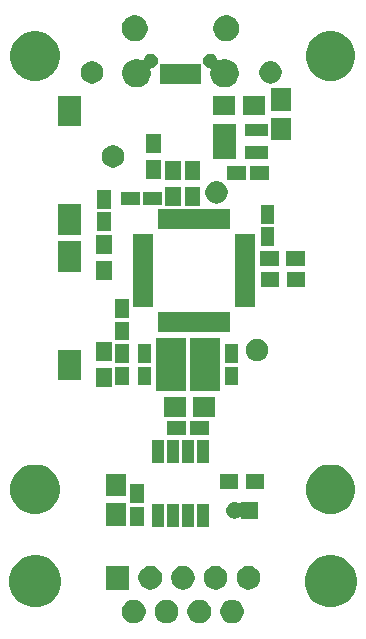
<source format=gbr>
G04 #@! TF.GenerationSoftware,KiCad,Pcbnew,(5.0.1)-3*
G04 #@! TF.CreationDate,2018-11-07T22:07:08+02:00*
G04 #@! TF.ProjectId,stm32-can,73746D33322D63616E2E6B696361645F,rev?*
G04 #@! TF.SameCoordinates,Original*
G04 #@! TF.FileFunction,Soldermask,Top*
G04 #@! TF.FilePolarity,Negative*
%FSLAX46Y46*%
G04 Gerber Fmt 4.6, Leading zero omitted, Abs format (unit mm)*
G04 Created by KiCad (PCBNEW (5.0.1)-3) date 07-Nov-18 10:07:08 PM*
%MOMM*%
%LPD*%
G01*
G04 APERTURE LIST*
%ADD10C,0.100000*%
G04 APERTURE END LIST*
D10*
G36*
X193203770Y-87199372D02*
X193319689Y-87222429D01*
X193501678Y-87297811D01*
X193665463Y-87407249D01*
X193804751Y-87546537D01*
X193914189Y-87710322D01*
X193989571Y-87892311D01*
X194028000Y-88085509D01*
X194028000Y-88282491D01*
X193989571Y-88475689D01*
X193914189Y-88657678D01*
X193804751Y-88821463D01*
X193665463Y-88960751D01*
X193501678Y-89070189D01*
X193319689Y-89145571D01*
X193203770Y-89168628D01*
X193126493Y-89184000D01*
X192929507Y-89184000D01*
X192852230Y-89168628D01*
X192736311Y-89145571D01*
X192554322Y-89070189D01*
X192390537Y-88960751D01*
X192251249Y-88821463D01*
X192141811Y-88657678D01*
X192066429Y-88475689D01*
X192028000Y-88282491D01*
X192028000Y-88085509D01*
X192066429Y-87892311D01*
X192141811Y-87710322D01*
X192251249Y-87546537D01*
X192390537Y-87407249D01*
X192554322Y-87297811D01*
X192736311Y-87222429D01*
X192852230Y-87199372D01*
X192929507Y-87184000D01*
X193126493Y-87184000D01*
X193203770Y-87199372D01*
X193203770Y-87199372D01*
G37*
G36*
X198743770Y-87199372D02*
X198859689Y-87222429D01*
X199041678Y-87297811D01*
X199205463Y-87407249D01*
X199344751Y-87546537D01*
X199454189Y-87710322D01*
X199529571Y-87892311D01*
X199568000Y-88085509D01*
X199568000Y-88282491D01*
X199529571Y-88475689D01*
X199454189Y-88657678D01*
X199344751Y-88821463D01*
X199205463Y-88960751D01*
X199041678Y-89070189D01*
X198859689Y-89145571D01*
X198743770Y-89168628D01*
X198666493Y-89184000D01*
X198469507Y-89184000D01*
X198392230Y-89168628D01*
X198276311Y-89145571D01*
X198094322Y-89070189D01*
X197930537Y-88960751D01*
X197791249Y-88821463D01*
X197681811Y-88657678D01*
X197606429Y-88475689D01*
X197568000Y-88282491D01*
X197568000Y-88085509D01*
X197606429Y-87892311D01*
X197681811Y-87710322D01*
X197791249Y-87546537D01*
X197930537Y-87407249D01*
X198094322Y-87297811D01*
X198276311Y-87222429D01*
X198392230Y-87199372D01*
X198469507Y-87184000D01*
X198666493Y-87184000D01*
X198743770Y-87199372D01*
X198743770Y-87199372D01*
G37*
G36*
X201513770Y-87199372D02*
X201629689Y-87222429D01*
X201811678Y-87297811D01*
X201975463Y-87407249D01*
X202114751Y-87546537D01*
X202224189Y-87710322D01*
X202299571Y-87892311D01*
X202338000Y-88085509D01*
X202338000Y-88282491D01*
X202299571Y-88475689D01*
X202224189Y-88657678D01*
X202114751Y-88821463D01*
X201975463Y-88960751D01*
X201811678Y-89070189D01*
X201629689Y-89145571D01*
X201513770Y-89168628D01*
X201436493Y-89184000D01*
X201239507Y-89184000D01*
X201162230Y-89168628D01*
X201046311Y-89145571D01*
X200864322Y-89070189D01*
X200700537Y-88960751D01*
X200561249Y-88821463D01*
X200451811Y-88657678D01*
X200376429Y-88475689D01*
X200338000Y-88282491D01*
X200338000Y-88085509D01*
X200376429Y-87892311D01*
X200451811Y-87710322D01*
X200561249Y-87546537D01*
X200700537Y-87407249D01*
X200864322Y-87297811D01*
X201046311Y-87222429D01*
X201162230Y-87199372D01*
X201239507Y-87184000D01*
X201436493Y-87184000D01*
X201513770Y-87199372D01*
X201513770Y-87199372D01*
G37*
G36*
X195973770Y-87199372D02*
X196089689Y-87222429D01*
X196271678Y-87297811D01*
X196435463Y-87407249D01*
X196574751Y-87546537D01*
X196684189Y-87710322D01*
X196759571Y-87892311D01*
X196798000Y-88085509D01*
X196798000Y-88282491D01*
X196759571Y-88475689D01*
X196684189Y-88657678D01*
X196574751Y-88821463D01*
X196435463Y-88960751D01*
X196271678Y-89070189D01*
X196089689Y-89145571D01*
X195973770Y-89168628D01*
X195896493Y-89184000D01*
X195699507Y-89184000D01*
X195622230Y-89168628D01*
X195506311Y-89145571D01*
X195324322Y-89070189D01*
X195160537Y-88960751D01*
X195021249Y-88821463D01*
X194911811Y-88657678D01*
X194836429Y-88475689D01*
X194798000Y-88282491D01*
X194798000Y-88085509D01*
X194836429Y-87892311D01*
X194911811Y-87710322D01*
X195021249Y-87546537D01*
X195160537Y-87407249D01*
X195324322Y-87297811D01*
X195506311Y-87222429D01*
X195622230Y-87199372D01*
X195699507Y-87184000D01*
X195896493Y-87184000D01*
X195973770Y-87199372D01*
X195973770Y-87199372D01*
G37*
G36*
X185324716Y-83528544D02*
X185725090Y-83694384D01*
X186085421Y-83935150D01*
X186391850Y-84241579D01*
X186632616Y-84601910D01*
X186798456Y-85002284D01*
X186883000Y-85427317D01*
X186883000Y-85860683D01*
X186798456Y-86285716D01*
X186632616Y-86686090D01*
X186391850Y-87046421D01*
X186085421Y-87352850D01*
X185725090Y-87593616D01*
X185324716Y-87759456D01*
X184899683Y-87844000D01*
X184466317Y-87844000D01*
X184041284Y-87759456D01*
X183640910Y-87593616D01*
X183280579Y-87352850D01*
X182974150Y-87046421D01*
X182733384Y-86686090D01*
X182567544Y-86285716D01*
X182483000Y-85860683D01*
X182483000Y-85427317D01*
X182567544Y-85002284D01*
X182733384Y-84601910D01*
X182974150Y-84241579D01*
X183280579Y-83935150D01*
X183640910Y-83694384D01*
X184041284Y-83528544D01*
X184466317Y-83444000D01*
X184899683Y-83444000D01*
X185324716Y-83528544D01*
X185324716Y-83528544D01*
G37*
G36*
X210324716Y-83528544D02*
X210725090Y-83694384D01*
X211085421Y-83935150D01*
X211391850Y-84241579D01*
X211632616Y-84601910D01*
X211798456Y-85002284D01*
X211883000Y-85427317D01*
X211883000Y-85860683D01*
X211798456Y-86285716D01*
X211632616Y-86686090D01*
X211391850Y-87046421D01*
X211085421Y-87352850D01*
X210725090Y-87593616D01*
X210324716Y-87759456D01*
X209899683Y-87844000D01*
X209466317Y-87844000D01*
X209041284Y-87759456D01*
X208640910Y-87593616D01*
X208280579Y-87352850D01*
X207974150Y-87046421D01*
X207733384Y-86686090D01*
X207567544Y-86285716D01*
X207483000Y-85860683D01*
X207483000Y-85427317D01*
X207567544Y-85002284D01*
X207733384Y-84601910D01*
X207974150Y-84241579D01*
X208280579Y-83935150D01*
X208640910Y-83694384D01*
X209041284Y-83528544D01*
X209466317Y-83444000D01*
X209899683Y-83444000D01*
X210324716Y-83528544D01*
X210324716Y-83528544D01*
G37*
G36*
X200128770Y-84359372D02*
X200244689Y-84382429D01*
X200426678Y-84457811D01*
X200590463Y-84567249D01*
X200729751Y-84706537D01*
X200839189Y-84870322D01*
X200914571Y-85052311D01*
X200953000Y-85245509D01*
X200953000Y-85442491D01*
X200914571Y-85635689D01*
X200839189Y-85817678D01*
X200729751Y-85981463D01*
X200590463Y-86120751D01*
X200426678Y-86230189D01*
X200244689Y-86305571D01*
X200128770Y-86328628D01*
X200051493Y-86344000D01*
X199854507Y-86344000D01*
X199777230Y-86328628D01*
X199661311Y-86305571D01*
X199479322Y-86230189D01*
X199315537Y-86120751D01*
X199176249Y-85981463D01*
X199066811Y-85817678D01*
X198991429Y-85635689D01*
X198953000Y-85442491D01*
X198953000Y-85245509D01*
X198991429Y-85052311D01*
X199066811Y-84870322D01*
X199176249Y-84706537D01*
X199315537Y-84567249D01*
X199479322Y-84457811D01*
X199661311Y-84382429D01*
X199777230Y-84359372D01*
X199854507Y-84344000D01*
X200051493Y-84344000D01*
X200128770Y-84359372D01*
X200128770Y-84359372D01*
G37*
G36*
X202898770Y-84359372D02*
X203014689Y-84382429D01*
X203196678Y-84457811D01*
X203360463Y-84567249D01*
X203499751Y-84706537D01*
X203609189Y-84870322D01*
X203684571Y-85052311D01*
X203723000Y-85245509D01*
X203723000Y-85442491D01*
X203684571Y-85635689D01*
X203609189Y-85817678D01*
X203499751Y-85981463D01*
X203360463Y-86120751D01*
X203196678Y-86230189D01*
X203014689Y-86305571D01*
X202898770Y-86328628D01*
X202821493Y-86344000D01*
X202624507Y-86344000D01*
X202547230Y-86328628D01*
X202431311Y-86305571D01*
X202249322Y-86230189D01*
X202085537Y-86120751D01*
X201946249Y-85981463D01*
X201836811Y-85817678D01*
X201761429Y-85635689D01*
X201723000Y-85442491D01*
X201723000Y-85245509D01*
X201761429Y-85052311D01*
X201836811Y-84870322D01*
X201946249Y-84706537D01*
X202085537Y-84567249D01*
X202249322Y-84457811D01*
X202431311Y-84382429D01*
X202547230Y-84359372D01*
X202624507Y-84344000D01*
X202821493Y-84344000D01*
X202898770Y-84359372D01*
X202898770Y-84359372D01*
G37*
G36*
X197358770Y-84359372D02*
X197474689Y-84382429D01*
X197656678Y-84457811D01*
X197820463Y-84567249D01*
X197959751Y-84706537D01*
X198069189Y-84870322D01*
X198144571Y-85052311D01*
X198183000Y-85245509D01*
X198183000Y-85442491D01*
X198144571Y-85635689D01*
X198069189Y-85817678D01*
X197959751Y-85981463D01*
X197820463Y-86120751D01*
X197656678Y-86230189D01*
X197474689Y-86305571D01*
X197358770Y-86328628D01*
X197281493Y-86344000D01*
X197084507Y-86344000D01*
X197007230Y-86328628D01*
X196891311Y-86305571D01*
X196709322Y-86230189D01*
X196545537Y-86120751D01*
X196406249Y-85981463D01*
X196296811Y-85817678D01*
X196221429Y-85635689D01*
X196183000Y-85442491D01*
X196183000Y-85245509D01*
X196221429Y-85052311D01*
X196296811Y-84870322D01*
X196406249Y-84706537D01*
X196545537Y-84567249D01*
X196709322Y-84457811D01*
X196891311Y-84382429D01*
X197007230Y-84359372D01*
X197084507Y-84344000D01*
X197281493Y-84344000D01*
X197358770Y-84359372D01*
X197358770Y-84359372D01*
G37*
G36*
X194588770Y-84359372D02*
X194704689Y-84382429D01*
X194886678Y-84457811D01*
X195050463Y-84567249D01*
X195189751Y-84706537D01*
X195299189Y-84870322D01*
X195374571Y-85052311D01*
X195413000Y-85245509D01*
X195413000Y-85442491D01*
X195374571Y-85635689D01*
X195299189Y-85817678D01*
X195189751Y-85981463D01*
X195050463Y-86120751D01*
X194886678Y-86230189D01*
X194704689Y-86305571D01*
X194588770Y-86328628D01*
X194511493Y-86344000D01*
X194314507Y-86344000D01*
X194237230Y-86328628D01*
X194121311Y-86305571D01*
X193939322Y-86230189D01*
X193775537Y-86120751D01*
X193636249Y-85981463D01*
X193526811Y-85817678D01*
X193451429Y-85635689D01*
X193413000Y-85442491D01*
X193413000Y-85245509D01*
X193451429Y-85052311D01*
X193526811Y-84870322D01*
X193636249Y-84706537D01*
X193775537Y-84567249D01*
X193939322Y-84457811D01*
X194121311Y-84382429D01*
X194237230Y-84359372D01*
X194314507Y-84344000D01*
X194511493Y-84344000D01*
X194588770Y-84359372D01*
X194588770Y-84359372D01*
G37*
G36*
X192643000Y-86344000D02*
X190643000Y-86344000D01*
X190643000Y-84344000D01*
X192643000Y-84344000D01*
X192643000Y-86344000D01*
X192643000Y-86344000D01*
G37*
G36*
X199382000Y-81018000D02*
X198382000Y-81018000D01*
X198382000Y-79068000D01*
X199382000Y-79068000D01*
X199382000Y-81018000D01*
X199382000Y-81018000D01*
G37*
G36*
X195572000Y-81018000D02*
X194572000Y-81018000D01*
X194572000Y-79068000D01*
X195572000Y-79068000D01*
X195572000Y-81018000D01*
X195572000Y-81018000D01*
G37*
G36*
X196842000Y-81018000D02*
X195842000Y-81018000D01*
X195842000Y-79068000D01*
X196842000Y-79068000D01*
X196842000Y-81018000D01*
X196842000Y-81018000D01*
G37*
G36*
X198112000Y-81018000D02*
X197112000Y-81018000D01*
X197112000Y-79068000D01*
X198112000Y-79068000D01*
X198112000Y-81018000D01*
X198112000Y-81018000D01*
G37*
G36*
X192341000Y-80940000D02*
X190691000Y-80940000D01*
X190691000Y-79040000D01*
X192341000Y-79040000D01*
X192341000Y-80940000D01*
X192341000Y-80940000D01*
G37*
G36*
X193869000Y-80932000D02*
X192719000Y-80932000D01*
X192719000Y-79332000D01*
X193869000Y-79332000D01*
X193869000Y-80932000D01*
X193869000Y-80932000D01*
G37*
G36*
X201686224Y-78939128D02*
X201818175Y-78979155D01*
X201877189Y-79010699D01*
X201935076Y-79041640D01*
X201957715Y-79051018D01*
X201981748Y-79055798D01*
X202006253Y-79055798D01*
X202030286Y-79051017D01*
X202052925Y-79041640D01*
X202073300Y-79028026D01*
X202090627Y-79010699D01*
X202104240Y-78990324D01*
X202113618Y-78967685D01*
X202119000Y-78931400D01*
X202119000Y-78929000D01*
X203519000Y-78929000D01*
X203519000Y-80329000D01*
X202119000Y-80329000D01*
X202119000Y-80326600D01*
X202116598Y-80302214D01*
X202109485Y-80278765D01*
X202097934Y-80257154D01*
X202082388Y-80238212D01*
X202063446Y-80222666D01*
X202041835Y-80211115D01*
X202018386Y-80204002D01*
X201994000Y-80201600D01*
X201969614Y-80204002D01*
X201935075Y-80216360D01*
X201818175Y-80278845D01*
X201686224Y-80318872D01*
X201583390Y-80329000D01*
X201514610Y-80329000D01*
X201411776Y-80318872D01*
X201279825Y-80278845D01*
X201158219Y-80213845D01*
X201051630Y-80126370D01*
X200964155Y-80019781D01*
X200899155Y-79898175D01*
X200859128Y-79766224D01*
X200845613Y-79629000D01*
X200859128Y-79491776D01*
X200899155Y-79359825D01*
X200964155Y-79238219D01*
X201051630Y-79131630D01*
X201158219Y-79044155D01*
X201279825Y-78979155D01*
X201411776Y-78939128D01*
X201514610Y-78929000D01*
X201583390Y-78929000D01*
X201686224Y-78939128D01*
X201686224Y-78939128D01*
G37*
G36*
X210289547Y-75831701D02*
X210671722Y-75990003D01*
X210671723Y-75990004D01*
X211015672Y-76219823D01*
X211308177Y-76512328D01*
X211344039Y-76566000D01*
X211537997Y-76856278D01*
X211696299Y-77238453D01*
X211777000Y-77644167D01*
X211777000Y-78057833D01*
X211696299Y-78463547D01*
X211537997Y-78845722D01*
X211537996Y-78845723D01*
X211308177Y-79189672D01*
X211015672Y-79482177D01*
X210795935Y-79629000D01*
X210671722Y-79711997D01*
X210289547Y-79870299D01*
X209883833Y-79951000D01*
X209470167Y-79951000D01*
X209064453Y-79870299D01*
X208682278Y-79711997D01*
X208558065Y-79629000D01*
X208338328Y-79482177D01*
X208045823Y-79189672D01*
X207816004Y-78845723D01*
X207816003Y-78845722D01*
X207657701Y-78463547D01*
X207577000Y-78057833D01*
X207577000Y-77644167D01*
X207657701Y-77238453D01*
X207816003Y-76856278D01*
X208009961Y-76566000D01*
X208045823Y-76512328D01*
X208338328Y-76219823D01*
X208682277Y-75990004D01*
X208682278Y-75990003D01*
X209064453Y-75831701D01*
X209470167Y-75751000D01*
X209883833Y-75751000D01*
X210289547Y-75831701D01*
X210289547Y-75831701D01*
G37*
G36*
X185270547Y-75831701D02*
X185652722Y-75990003D01*
X185652723Y-75990004D01*
X185996672Y-76219823D01*
X186289177Y-76512328D01*
X186325039Y-76566000D01*
X186518997Y-76856278D01*
X186677299Y-77238453D01*
X186758000Y-77644167D01*
X186758000Y-78057833D01*
X186677299Y-78463547D01*
X186518997Y-78845722D01*
X186518996Y-78845723D01*
X186289177Y-79189672D01*
X185996672Y-79482177D01*
X185776935Y-79629000D01*
X185652722Y-79711997D01*
X185270547Y-79870299D01*
X184864833Y-79951000D01*
X184451167Y-79951000D01*
X184045453Y-79870299D01*
X183663278Y-79711997D01*
X183539065Y-79629000D01*
X183319328Y-79482177D01*
X183026823Y-79189672D01*
X182797004Y-78845723D01*
X182797003Y-78845722D01*
X182638701Y-78463547D01*
X182558000Y-78057833D01*
X182558000Y-77644167D01*
X182638701Y-77238453D01*
X182797003Y-76856278D01*
X182990961Y-76566000D01*
X183026823Y-76512328D01*
X183319328Y-76219823D01*
X183663277Y-75990004D01*
X183663278Y-75990003D01*
X184045453Y-75831701D01*
X184451167Y-75751000D01*
X184864833Y-75751000D01*
X185270547Y-75831701D01*
X185270547Y-75831701D01*
G37*
G36*
X193869000Y-79032000D02*
X192719000Y-79032000D01*
X192719000Y-77432000D01*
X193869000Y-77432000D01*
X193869000Y-79032000D01*
X193869000Y-79032000D01*
G37*
G36*
X192341000Y-78440000D02*
X190691000Y-78440000D01*
X190691000Y-76540000D01*
X192341000Y-76540000D01*
X192341000Y-78440000D01*
X192341000Y-78440000D01*
G37*
G36*
X204084000Y-77866000D02*
X202484000Y-77866000D01*
X202484000Y-76566000D01*
X204084000Y-76566000D01*
X204084000Y-77866000D01*
X204084000Y-77866000D01*
G37*
G36*
X201884000Y-77866000D02*
X200284000Y-77866000D01*
X200284000Y-76566000D01*
X201884000Y-76566000D01*
X201884000Y-77866000D01*
X201884000Y-77866000D01*
G37*
G36*
X199382000Y-75618000D02*
X198382000Y-75618000D01*
X198382000Y-73668000D01*
X199382000Y-73668000D01*
X199382000Y-75618000D01*
X199382000Y-75618000D01*
G37*
G36*
X198112000Y-75618000D02*
X197112000Y-75618000D01*
X197112000Y-73668000D01*
X198112000Y-73668000D01*
X198112000Y-75618000D01*
X198112000Y-75618000D01*
G37*
G36*
X196842000Y-75618000D02*
X195842000Y-75618000D01*
X195842000Y-73668000D01*
X196842000Y-73668000D01*
X196842000Y-75618000D01*
X196842000Y-75618000D01*
G37*
G36*
X195572000Y-75618000D02*
X194572000Y-75618000D01*
X194572000Y-73668000D01*
X195572000Y-73668000D01*
X195572000Y-75618000D01*
X195572000Y-75618000D01*
G37*
G36*
X199362000Y-73219000D02*
X197762000Y-73219000D01*
X197762000Y-72069000D01*
X199362000Y-72069000D01*
X199362000Y-73219000D01*
X199362000Y-73219000D01*
G37*
G36*
X197462000Y-73219000D02*
X195862000Y-73219000D01*
X195862000Y-72069000D01*
X197462000Y-72069000D01*
X197462000Y-73219000D01*
X197462000Y-73219000D01*
G37*
G36*
X197439000Y-71691000D02*
X195539000Y-71691000D01*
X195539000Y-70041000D01*
X197439000Y-70041000D01*
X197439000Y-71691000D01*
X197439000Y-71691000D01*
G37*
G36*
X199939000Y-71691000D02*
X198039000Y-71691000D01*
X198039000Y-70041000D01*
X199939000Y-70041000D01*
X199939000Y-71691000D01*
X199939000Y-71691000D01*
G37*
G36*
X200312000Y-69560000D02*
X197812000Y-69560000D01*
X197812000Y-65060000D01*
X200312000Y-65060000D01*
X200312000Y-69560000D01*
X200312000Y-69560000D01*
G37*
G36*
X197412000Y-69560000D02*
X194912000Y-69560000D01*
X194912000Y-65060000D01*
X197412000Y-65060000D01*
X197412000Y-69560000D01*
X197412000Y-69560000D01*
G37*
G36*
X191150000Y-69210000D02*
X189850000Y-69210000D01*
X189850000Y-67610000D01*
X191150000Y-67610000D01*
X191150000Y-69210000D01*
X191150000Y-69210000D01*
G37*
G36*
X194504000Y-69060000D02*
X193354000Y-69060000D01*
X193354000Y-67460000D01*
X194504000Y-67460000D01*
X194504000Y-69060000D01*
X194504000Y-69060000D01*
G37*
G36*
X192599000Y-69060000D02*
X191449000Y-69060000D01*
X191449000Y-67460000D01*
X192599000Y-67460000D01*
X192599000Y-69060000D01*
X192599000Y-69060000D01*
G37*
G36*
X201870000Y-69060000D02*
X200720000Y-69060000D01*
X200720000Y-67460000D01*
X201870000Y-67460000D01*
X201870000Y-69060000D01*
X201870000Y-69060000D01*
G37*
G36*
X188579000Y-68618000D02*
X186579000Y-68618000D01*
X186579000Y-66038000D01*
X188579000Y-66038000D01*
X188579000Y-68618000D01*
X188579000Y-68618000D01*
G37*
G36*
X194504000Y-67160000D02*
X193354000Y-67160000D01*
X193354000Y-65560000D01*
X194504000Y-65560000D01*
X194504000Y-67160000D01*
X194504000Y-67160000D01*
G37*
G36*
X192599000Y-67160000D02*
X191449000Y-67160000D01*
X191449000Y-65560000D01*
X192599000Y-65560000D01*
X192599000Y-67160000D01*
X192599000Y-67160000D01*
G37*
G36*
X201870000Y-67160000D02*
X200720000Y-67160000D01*
X200720000Y-65560000D01*
X201870000Y-65560000D01*
X201870000Y-67160000D01*
X201870000Y-67160000D01*
G37*
G36*
X191150000Y-67010000D02*
X189850000Y-67010000D01*
X189850000Y-65410000D01*
X191150000Y-65410000D01*
X191150000Y-67010000D01*
X191150000Y-67010000D01*
G37*
G36*
X203593452Y-65099127D02*
X203731105Y-65126508D01*
X203903994Y-65198121D01*
X204059590Y-65302087D01*
X204191913Y-65434410D01*
X204295879Y-65590006D01*
X204367492Y-65762895D01*
X204404000Y-65946433D01*
X204404000Y-66133567D01*
X204367492Y-66317105D01*
X204295879Y-66489994D01*
X204191913Y-66645590D01*
X204059590Y-66777913D01*
X203903994Y-66881879D01*
X203731105Y-66953492D01*
X203593452Y-66980873D01*
X203547568Y-66990000D01*
X203360432Y-66990000D01*
X203314548Y-66980873D01*
X203176895Y-66953492D01*
X203004006Y-66881879D01*
X202848410Y-66777913D01*
X202716087Y-66645590D01*
X202612121Y-66489994D01*
X202540508Y-66317105D01*
X202504000Y-66133567D01*
X202504000Y-65946433D01*
X202540508Y-65762895D01*
X202612121Y-65590006D01*
X202716087Y-65434410D01*
X202848410Y-65302087D01*
X203004006Y-65198121D01*
X203176895Y-65126508D01*
X203314548Y-65099127D01*
X203360432Y-65090000D01*
X203547568Y-65090000D01*
X203593452Y-65099127D01*
X203593452Y-65099127D01*
G37*
G36*
X192599000Y-65250000D02*
X191449000Y-65250000D01*
X191449000Y-63650000D01*
X192599000Y-63650000D01*
X192599000Y-65250000D01*
X192599000Y-65250000D01*
G37*
G36*
X201195000Y-64509000D02*
X195045000Y-64509000D01*
X195045000Y-62809000D01*
X201195000Y-62809000D01*
X201195000Y-64509000D01*
X201195000Y-64509000D01*
G37*
G36*
X192599000Y-63350000D02*
X191449000Y-63350000D01*
X191449000Y-61750000D01*
X192599000Y-61750000D01*
X192599000Y-63350000D01*
X192599000Y-63350000D01*
G37*
G36*
X203320000Y-62384000D02*
X201620000Y-62384000D01*
X201620000Y-56234000D01*
X203320000Y-56234000D01*
X203320000Y-62384000D01*
X203320000Y-62384000D01*
G37*
G36*
X194620000Y-62384000D02*
X192920000Y-62384000D01*
X192920000Y-56234000D01*
X194620000Y-56234000D01*
X194620000Y-62384000D01*
X194620000Y-62384000D01*
G37*
G36*
X207556000Y-60721000D02*
X205956000Y-60721000D01*
X205956000Y-59421000D01*
X207556000Y-59421000D01*
X207556000Y-60721000D01*
X207556000Y-60721000D01*
G37*
G36*
X205356000Y-60721000D02*
X203756000Y-60721000D01*
X203756000Y-59421000D01*
X205356000Y-59421000D01*
X205356000Y-60721000D01*
X205356000Y-60721000D01*
G37*
G36*
X191150000Y-60109000D02*
X189850000Y-60109000D01*
X189850000Y-58509000D01*
X191150000Y-58509000D01*
X191150000Y-60109000D01*
X191150000Y-60109000D01*
G37*
G36*
X188579000Y-59438000D02*
X186579000Y-59438000D01*
X186579000Y-56858000D01*
X188579000Y-56858000D01*
X188579000Y-59438000D01*
X188579000Y-59438000D01*
G37*
G36*
X205313000Y-58943000D02*
X203713000Y-58943000D01*
X203713000Y-57643000D01*
X205313000Y-57643000D01*
X205313000Y-58943000D01*
X205313000Y-58943000D01*
G37*
G36*
X207513000Y-58943000D02*
X205913000Y-58943000D01*
X205913000Y-57643000D01*
X207513000Y-57643000D01*
X207513000Y-58943000D01*
X207513000Y-58943000D01*
G37*
G36*
X191150000Y-57909000D02*
X189850000Y-57909000D01*
X189850000Y-56309000D01*
X191150000Y-56309000D01*
X191150000Y-57909000D01*
X191150000Y-57909000D01*
G37*
G36*
X204918000Y-57249000D02*
X203768000Y-57249000D01*
X203768000Y-55649000D01*
X204918000Y-55649000D01*
X204918000Y-57249000D01*
X204918000Y-57249000D01*
G37*
G36*
X188579000Y-56299000D02*
X186579000Y-56299000D01*
X186579000Y-53719000D01*
X188579000Y-53719000D01*
X188579000Y-56299000D01*
X188579000Y-56299000D01*
G37*
G36*
X191075000Y-55979000D02*
X189925000Y-55979000D01*
X189925000Y-54379000D01*
X191075000Y-54379000D01*
X191075000Y-55979000D01*
X191075000Y-55979000D01*
G37*
G36*
X201195000Y-55809000D02*
X195045000Y-55809000D01*
X195045000Y-54109000D01*
X201195000Y-54109000D01*
X201195000Y-55809000D01*
X201195000Y-55809000D01*
G37*
G36*
X204918000Y-55349000D02*
X203768000Y-55349000D01*
X203768000Y-53749000D01*
X204918000Y-53749000D01*
X204918000Y-55349000D01*
X204918000Y-55349000D01*
G37*
G36*
X191075000Y-54079000D02*
X189925000Y-54079000D01*
X189925000Y-52479000D01*
X191075000Y-52479000D01*
X191075000Y-54079000D01*
X191075000Y-54079000D01*
G37*
G36*
X196992000Y-53843000D02*
X195692000Y-53843000D01*
X195692000Y-52243000D01*
X196992000Y-52243000D01*
X196992000Y-53843000D01*
X196992000Y-53843000D01*
G37*
G36*
X198643000Y-53843000D02*
X197343000Y-53843000D01*
X197343000Y-52243000D01*
X198643000Y-52243000D01*
X198643000Y-53843000D01*
X198643000Y-53843000D01*
G37*
G36*
X195425000Y-53788000D02*
X193825000Y-53788000D01*
X193825000Y-52638000D01*
X195425000Y-52638000D01*
X195425000Y-53788000D01*
X195425000Y-53788000D01*
G37*
G36*
X193525000Y-53788000D02*
X191925000Y-53788000D01*
X191925000Y-52638000D01*
X193525000Y-52638000D01*
X193525000Y-53788000D01*
X193525000Y-53788000D01*
G37*
G36*
X200164452Y-51764127D02*
X200302105Y-51791508D01*
X200474994Y-51863121D01*
X200630590Y-51967087D01*
X200762913Y-52099410D01*
X200866879Y-52255006D01*
X200938492Y-52427895D01*
X200975000Y-52611433D01*
X200975000Y-52798567D01*
X200938492Y-52982105D01*
X200866879Y-53154994D01*
X200762913Y-53310590D01*
X200630590Y-53442913D01*
X200474994Y-53546879D01*
X200302105Y-53618492D01*
X200164452Y-53645873D01*
X200118568Y-53655000D01*
X199931432Y-53655000D01*
X199885548Y-53645873D01*
X199747895Y-53618492D01*
X199575006Y-53546879D01*
X199419410Y-53442913D01*
X199287087Y-53310590D01*
X199183121Y-53154994D01*
X199111508Y-52982105D01*
X199075000Y-52798567D01*
X199075000Y-52611433D01*
X199111508Y-52427895D01*
X199183121Y-52255006D01*
X199287087Y-52099410D01*
X199419410Y-51967087D01*
X199575006Y-51863121D01*
X199747895Y-51791508D01*
X199885548Y-51764127D01*
X199931432Y-51755000D01*
X200118568Y-51755000D01*
X200164452Y-51764127D01*
X200164452Y-51764127D01*
G37*
G36*
X196992000Y-51643000D02*
X195692000Y-51643000D01*
X195692000Y-50043000D01*
X196992000Y-50043000D01*
X196992000Y-51643000D01*
X196992000Y-51643000D01*
G37*
G36*
X198643000Y-51643000D02*
X197343000Y-51643000D01*
X197343000Y-50043000D01*
X198643000Y-50043000D01*
X198643000Y-51643000D01*
X198643000Y-51643000D01*
G37*
G36*
X204442000Y-51629000D02*
X202842000Y-51629000D01*
X202842000Y-50479000D01*
X204442000Y-50479000D01*
X204442000Y-51629000D01*
X204442000Y-51629000D01*
G37*
G36*
X202542000Y-51629000D02*
X200942000Y-51629000D01*
X200942000Y-50479000D01*
X202542000Y-50479000D01*
X202542000Y-51629000D01*
X202542000Y-51629000D01*
G37*
G36*
X195341000Y-51557000D02*
X194041000Y-51557000D01*
X194041000Y-49957000D01*
X195341000Y-49957000D01*
X195341000Y-51557000D01*
X195341000Y-51557000D01*
G37*
G36*
X191401451Y-48716127D02*
X191539105Y-48743508D01*
X191711994Y-48815121D01*
X191867590Y-48919087D01*
X191999913Y-49051410D01*
X192103879Y-49207006D01*
X192175492Y-49379895D01*
X192212000Y-49563433D01*
X192212000Y-49750567D01*
X192175492Y-49934105D01*
X192103879Y-50106994D01*
X191999913Y-50262590D01*
X191867590Y-50394913D01*
X191711994Y-50498879D01*
X191539105Y-50570492D01*
X191401451Y-50597873D01*
X191355568Y-50607000D01*
X191168432Y-50607000D01*
X191122549Y-50597873D01*
X190984895Y-50570492D01*
X190812006Y-50498879D01*
X190656410Y-50394913D01*
X190524087Y-50262590D01*
X190420121Y-50106994D01*
X190348508Y-49934105D01*
X190312000Y-49750567D01*
X190312000Y-49563433D01*
X190348508Y-49379895D01*
X190420121Y-49207006D01*
X190524087Y-49051410D01*
X190656410Y-48919087D01*
X190812006Y-48815121D01*
X190984895Y-48743508D01*
X191122548Y-48716127D01*
X191168432Y-48707000D01*
X191355568Y-48707000D01*
X191401451Y-48716127D01*
X191401451Y-48716127D01*
G37*
G36*
X204387000Y-49862000D02*
X202427000Y-49862000D01*
X202427000Y-48812000D01*
X204387000Y-48812000D01*
X204387000Y-49862000D01*
X204387000Y-49862000D01*
G37*
G36*
X201687000Y-49862000D02*
X199727000Y-49862000D01*
X199727000Y-46912000D01*
X201687000Y-46912000D01*
X201687000Y-49862000D01*
X201687000Y-49862000D01*
G37*
G36*
X195341000Y-49357000D02*
X194041000Y-49357000D01*
X194041000Y-47757000D01*
X195341000Y-47757000D01*
X195341000Y-49357000D01*
X195341000Y-49357000D01*
G37*
G36*
X206311000Y-48301000D02*
X204661000Y-48301000D01*
X204661000Y-46401000D01*
X206311000Y-46401000D01*
X206311000Y-48301000D01*
X206311000Y-48301000D01*
G37*
G36*
X204387000Y-47962000D02*
X202427000Y-47962000D01*
X202427000Y-46912000D01*
X204387000Y-46912000D01*
X204387000Y-47962000D01*
X204387000Y-47962000D01*
G37*
G36*
X188579000Y-47119000D02*
X186579000Y-47119000D01*
X186579000Y-44539000D01*
X188579000Y-44539000D01*
X188579000Y-47119000D01*
X188579000Y-47119000D01*
G37*
G36*
X204130000Y-46164000D02*
X202230000Y-46164000D01*
X202230000Y-44514000D01*
X204130000Y-44514000D01*
X204130000Y-46164000D01*
X204130000Y-46164000D01*
G37*
G36*
X201630000Y-46164000D02*
X199730000Y-46164000D01*
X199730000Y-44514000D01*
X201630000Y-44514000D01*
X201630000Y-46164000D01*
X201630000Y-46164000D01*
G37*
G36*
X206311000Y-45801000D02*
X204661000Y-45801000D01*
X204661000Y-43901000D01*
X206311000Y-43901000D01*
X206311000Y-45801000D01*
X206311000Y-45801000D01*
G37*
G36*
X199652012Y-40990057D02*
X199761207Y-41035287D01*
X199859481Y-41100952D01*
X199943048Y-41184519D01*
X200008713Y-41282793D01*
X200053943Y-41391988D01*
X200059986Y-41422367D01*
X200067099Y-41445816D01*
X200078651Y-41467427D01*
X200094196Y-41486369D01*
X200113138Y-41501914D01*
X200134749Y-41513465D01*
X200158198Y-41520578D01*
X200182584Y-41522980D01*
X200206971Y-41520578D01*
X200230417Y-41513466D01*
X200351973Y-41463116D01*
X200351974Y-41463116D01*
X200351976Y-41463115D01*
X200583809Y-41417000D01*
X200820191Y-41417000D01*
X201052026Y-41463115D01*
X201270412Y-41553573D01*
X201466958Y-41684901D01*
X201634099Y-41852042D01*
X201765427Y-42048588D01*
X201855885Y-42266974D01*
X201902000Y-42498809D01*
X201902000Y-42735191D01*
X201855885Y-42967026D01*
X201765427Y-43185412D01*
X201634099Y-43381958D01*
X201466958Y-43549099D01*
X201270412Y-43680427D01*
X201052026Y-43770885D01*
X200820191Y-43817000D01*
X200583809Y-43817000D01*
X200351974Y-43770885D01*
X200133588Y-43680427D01*
X199937042Y-43549099D01*
X199769901Y-43381958D01*
X199638573Y-43185412D01*
X199548115Y-42967026D01*
X199502000Y-42735191D01*
X199502000Y-42498809D01*
X199538286Y-42316386D01*
X199540688Y-42292000D01*
X199538286Y-42267614D01*
X199531173Y-42244164D01*
X199519622Y-42222554D01*
X199504076Y-42203612D01*
X199485134Y-42188066D01*
X199463523Y-42176515D01*
X199440074Y-42169402D01*
X199420078Y-42167432D01*
X199417906Y-42167000D01*
X199417905Y-42167000D01*
X199386248Y-42160703D01*
X199301988Y-42143943D01*
X199192793Y-42098713D01*
X199094519Y-42033048D01*
X199010952Y-41949481D01*
X198945286Y-41851205D01*
X198942485Y-41844443D01*
X198930934Y-41822832D01*
X198915388Y-41803890D01*
X198896446Y-41788344D01*
X198874835Y-41776793D01*
X198858152Y-41771732D01*
X198866594Y-41761446D01*
X198878145Y-41739835D01*
X198885258Y-41716386D01*
X198887660Y-41692000D01*
X198885258Y-41667615D01*
X198877000Y-41626097D01*
X198877000Y-41507904D01*
X198900057Y-41391988D01*
X198945287Y-41282793D01*
X199010952Y-41184519D01*
X199094519Y-41100952D01*
X199192793Y-41035287D01*
X199301988Y-40990057D01*
X199417904Y-40967000D01*
X199536096Y-40967000D01*
X199652012Y-40990057D01*
X199652012Y-40990057D01*
G37*
G36*
X194652012Y-40990057D02*
X194761207Y-41035287D01*
X194859481Y-41100952D01*
X194943048Y-41184519D01*
X195008713Y-41282793D01*
X195053943Y-41391988D01*
X195077000Y-41507904D01*
X195077000Y-41626097D01*
X195068742Y-41667615D01*
X195066340Y-41692001D01*
X195068742Y-41716387D01*
X195075855Y-41739836D01*
X195087407Y-41761447D01*
X195095848Y-41771732D01*
X195079165Y-41776793D01*
X195057554Y-41788344D01*
X195038612Y-41803890D01*
X195023066Y-41822832D01*
X195011515Y-41844443D01*
X195008714Y-41851205D01*
X194943048Y-41949481D01*
X194859481Y-42033048D01*
X194761207Y-42098713D01*
X194652012Y-42143943D01*
X194567752Y-42160703D01*
X194536095Y-42167000D01*
X194536094Y-42167000D01*
X194533922Y-42167432D01*
X194513926Y-42169402D01*
X194490477Y-42176515D01*
X194468866Y-42188066D01*
X194449924Y-42203612D01*
X194434378Y-42222554D01*
X194422827Y-42244165D01*
X194415714Y-42267614D01*
X194413312Y-42292000D01*
X194415714Y-42316386D01*
X194452000Y-42498809D01*
X194452000Y-42735191D01*
X194405885Y-42967026D01*
X194315427Y-43185412D01*
X194184099Y-43381958D01*
X194016958Y-43549099D01*
X193820412Y-43680427D01*
X193602026Y-43770885D01*
X193370191Y-43817000D01*
X193133809Y-43817000D01*
X192901974Y-43770885D01*
X192683588Y-43680427D01*
X192487042Y-43549099D01*
X192319901Y-43381958D01*
X192188573Y-43185412D01*
X192098115Y-42967026D01*
X192052000Y-42735191D01*
X192052000Y-42498809D01*
X192098115Y-42266974D01*
X192188573Y-42048588D01*
X192319901Y-41852042D01*
X192487042Y-41684901D01*
X192683588Y-41553573D01*
X192901974Y-41463115D01*
X193133809Y-41417000D01*
X193370191Y-41417000D01*
X193602024Y-41463115D01*
X193602026Y-41463116D01*
X193602027Y-41463116D01*
X193723583Y-41513466D01*
X193747029Y-41520578D01*
X193771416Y-41522980D01*
X193795802Y-41520578D01*
X193819251Y-41513465D01*
X193840862Y-41501914D01*
X193859804Y-41486369D01*
X193875350Y-41467427D01*
X193886901Y-41445816D01*
X193894014Y-41422367D01*
X193900057Y-41391988D01*
X193945287Y-41282793D01*
X194010952Y-41184519D01*
X194094519Y-41100952D01*
X194192793Y-41035287D01*
X194301988Y-40990057D01*
X194417904Y-40967000D01*
X194536096Y-40967000D01*
X194652012Y-40990057D01*
X194652012Y-40990057D01*
G37*
G36*
X198723066Y-41822832D02*
X198711515Y-41844443D01*
X198704402Y-41867892D01*
X198702000Y-41892278D01*
X198702000Y-43517000D01*
X195252000Y-43517000D01*
X195252000Y-41892278D01*
X195249598Y-41867892D01*
X195242485Y-41844443D01*
X195230934Y-41822832D01*
X195226148Y-41817000D01*
X198727852Y-41817000D01*
X198723066Y-41822832D01*
X198723066Y-41822832D01*
G37*
G36*
X189623452Y-41604127D02*
X189761105Y-41631508D01*
X189933994Y-41703121D01*
X190089590Y-41807087D01*
X190221913Y-41939410D01*
X190325879Y-42095006D01*
X190397492Y-42267895D01*
X190434000Y-42451433D01*
X190434000Y-42638567D01*
X190397492Y-42822105D01*
X190325879Y-42994994D01*
X190221913Y-43150590D01*
X190089590Y-43282913D01*
X189933994Y-43386879D01*
X189761105Y-43458492D01*
X189623452Y-43485873D01*
X189577568Y-43495000D01*
X189390432Y-43495000D01*
X189344548Y-43485873D01*
X189206895Y-43458492D01*
X189034006Y-43386879D01*
X188878410Y-43282913D01*
X188746087Y-43150590D01*
X188642121Y-42994994D01*
X188570508Y-42822105D01*
X188534000Y-42638567D01*
X188534000Y-42451433D01*
X188570508Y-42267895D01*
X188642121Y-42095006D01*
X188746087Y-41939410D01*
X188878410Y-41807087D01*
X189034006Y-41703121D01*
X189206895Y-41631508D01*
X189344549Y-41604127D01*
X189390432Y-41595000D01*
X189577568Y-41595000D01*
X189623452Y-41604127D01*
X189623452Y-41604127D01*
G37*
G36*
X204736452Y-41604127D02*
X204874105Y-41631508D01*
X205046994Y-41703121D01*
X205202590Y-41807087D01*
X205334913Y-41939410D01*
X205438879Y-42095006D01*
X205510492Y-42267895D01*
X205547000Y-42451433D01*
X205547000Y-42638567D01*
X205510492Y-42822105D01*
X205438879Y-42994994D01*
X205334913Y-43150590D01*
X205202590Y-43282913D01*
X205046994Y-43386879D01*
X204874105Y-43458492D01*
X204736452Y-43485873D01*
X204690568Y-43495000D01*
X204503432Y-43495000D01*
X204457548Y-43485873D01*
X204319895Y-43458492D01*
X204147006Y-43386879D01*
X203991410Y-43282913D01*
X203859087Y-43150590D01*
X203755121Y-42994994D01*
X203683508Y-42822105D01*
X203647000Y-42638567D01*
X203647000Y-42451433D01*
X203683508Y-42267895D01*
X203755121Y-42095006D01*
X203859087Y-41939410D01*
X203991410Y-41807087D01*
X204147006Y-41703121D01*
X204319895Y-41631508D01*
X204457549Y-41604127D01*
X204503432Y-41595000D01*
X204690568Y-41595000D01*
X204736452Y-41604127D01*
X204736452Y-41604127D01*
G37*
G36*
X185270547Y-39128701D02*
X185652722Y-39287003D01*
X185767373Y-39363610D01*
X185996672Y-39516823D01*
X186289177Y-39809328D01*
X186361121Y-39917000D01*
X186518997Y-40153278D01*
X186677299Y-40535453D01*
X186758000Y-40941167D01*
X186758000Y-41354833D01*
X186677299Y-41760547D01*
X186518997Y-42142722D01*
X186518181Y-42143943D01*
X186289177Y-42486672D01*
X185996672Y-42779177D01*
X185767373Y-42932390D01*
X185652722Y-43008997D01*
X185270547Y-43167299D01*
X184864833Y-43248000D01*
X184451167Y-43248000D01*
X184045453Y-43167299D01*
X183663278Y-43008997D01*
X183548627Y-42932390D01*
X183319328Y-42779177D01*
X183026823Y-42486672D01*
X182797819Y-42143943D01*
X182797003Y-42142722D01*
X182638701Y-41760547D01*
X182558000Y-41354833D01*
X182558000Y-40941167D01*
X182638701Y-40535453D01*
X182797003Y-40153278D01*
X182954879Y-39917000D01*
X183026823Y-39809328D01*
X183319328Y-39516823D01*
X183548627Y-39363610D01*
X183663278Y-39287003D01*
X184045453Y-39128701D01*
X184451167Y-39048000D01*
X184864833Y-39048000D01*
X185270547Y-39128701D01*
X185270547Y-39128701D01*
G37*
G36*
X210289547Y-39128701D02*
X210671722Y-39287003D01*
X210786373Y-39363610D01*
X211015672Y-39516823D01*
X211308177Y-39809328D01*
X211380121Y-39917000D01*
X211537997Y-40153278D01*
X211696299Y-40535453D01*
X211777000Y-40941167D01*
X211777000Y-41354833D01*
X211696299Y-41760547D01*
X211537997Y-42142722D01*
X211537181Y-42143943D01*
X211308177Y-42486672D01*
X211015672Y-42779177D01*
X210786373Y-42932390D01*
X210671722Y-43008997D01*
X210289547Y-43167299D01*
X209883833Y-43248000D01*
X209470167Y-43248000D01*
X209064453Y-43167299D01*
X208682278Y-43008997D01*
X208567627Y-42932390D01*
X208338328Y-42779177D01*
X208045823Y-42486672D01*
X207816819Y-42143943D01*
X207816003Y-42142722D01*
X207657701Y-41760547D01*
X207577000Y-41354833D01*
X207577000Y-40941167D01*
X207657701Y-40535453D01*
X207816003Y-40153278D01*
X207973879Y-39917000D01*
X208045823Y-39809328D01*
X208338328Y-39516823D01*
X208567627Y-39363610D01*
X208682278Y-39287003D01*
X209064453Y-39128701D01*
X209470167Y-39048000D01*
X209883833Y-39048000D01*
X210289547Y-39128701D01*
X210289547Y-39128701D01*
G37*
G36*
X193422857Y-37759272D02*
X193623042Y-37842191D01*
X193803213Y-37962578D01*
X193956422Y-38115787D01*
X194076809Y-38295958D01*
X194159728Y-38496143D01*
X194202000Y-38708658D01*
X194202000Y-38925342D01*
X194159728Y-39137857D01*
X194076809Y-39338042D01*
X194076807Y-39338045D01*
X193957350Y-39516825D01*
X193956422Y-39518213D01*
X193803213Y-39671422D01*
X193623042Y-39791809D01*
X193422857Y-39874728D01*
X193210342Y-39917000D01*
X192993658Y-39917000D01*
X192781143Y-39874728D01*
X192580958Y-39791809D01*
X192400787Y-39671422D01*
X192247578Y-39518213D01*
X192246651Y-39516825D01*
X192127193Y-39338045D01*
X192127191Y-39338042D01*
X192044272Y-39137857D01*
X192002000Y-38925342D01*
X192002000Y-38708658D01*
X192044272Y-38496143D01*
X192127191Y-38295958D01*
X192247578Y-38115787D01*
X192400787Y-37962578D01*
X192580958Y-37842191D01*
X192781143Y-37759272D01*
X192993658Y-37717000D01*
X193210342Y-37717000D01*
X193422857Y-37759272D01*
X193422857Y-37759272D01*
G37*
G36*
X201172857Y-37759272D02*
X201373042Y-37842191D01*
X201553213Y-37962578D01*
X201706422Y-38115787D01*
X201826809Y-38295958D01*
X201909728Y-38496143D01*
X201952000Y-38708658D01*
X201952000Y-38925342D01*
X201909728Y-39137857D01*
X201826809Y-39338042D01*
X201826807Y-39338045D01*
X201707350Y-39516825D01*
X201706422Y-39518213D01*
X201553213Y-39671422D01*
X201373042Y-39791809D01*
X201172857Y-39874728D01*
X200960342Y-39917000D01*
X200743658Y-39917000D01*
X200531143Y-39874728D01*
X200330958Y-39791809D01*
X200150787Y-39671422D01*
X199997578Y-39518213D01*
X199996651Y-39516825D01*
X199877193Y-39338045D01*
X199877191Y-39338042D01*
X199794272Y-39137857D01*
X199752000Y-38925342D01*
X199752000Y-38708658D01*
X199794272Y-38496143D01*
X199877191Y-38295958D01*
X199997578Y-38115787D01*
X200150787Y-37962578D01*
X200330958Y-37842191D01*
X200531143Y-37759272D01*
X200743658Y-37717000D01*
X200960342Y-37717000D01*
X201172857Y-37759272D01*
X201172857Y-37759272D01*
G37*
M02*

</source>
